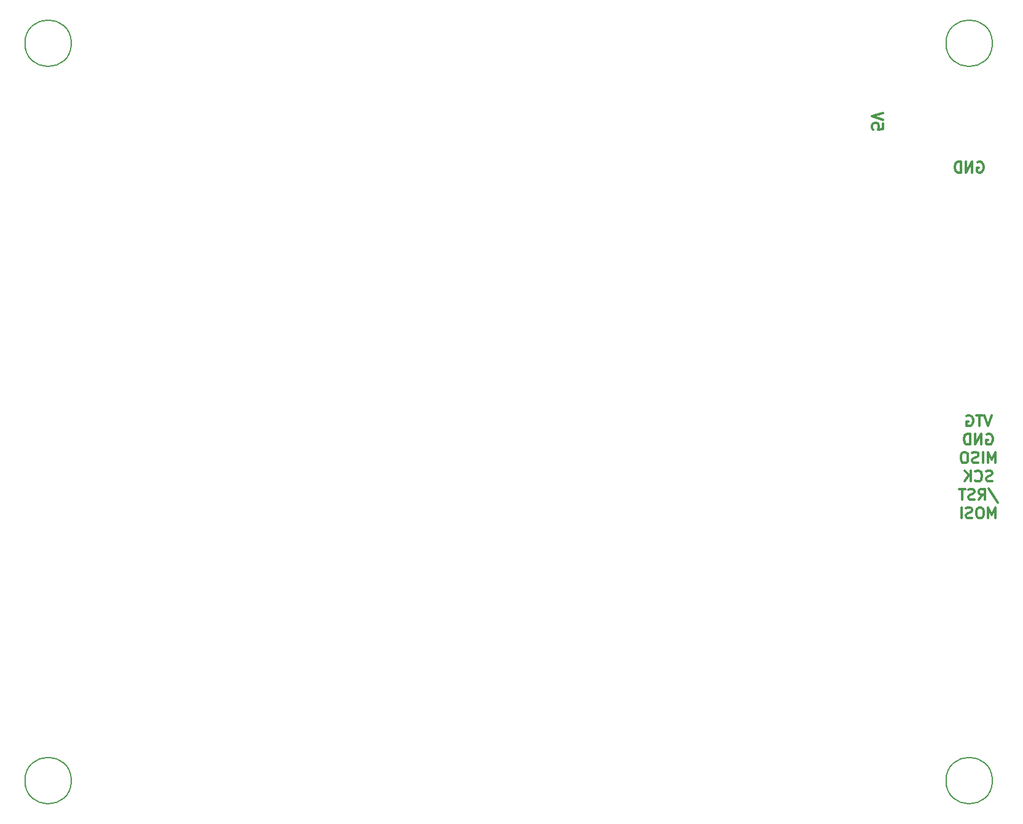
<source format=gbr>
%TF.GenerationSoftware,KiCad,Pcbnew,(6.0.4)*%
%TF.CreationDate,2022-06-08T08:17:39+02:00*%
%TF.ProjectId,PongPCB,506f6e67-5043-4422-9e6b-696361645f70,rev?*%
%TF.SameCoordinates,Original*%
%TF.FileFunction,Other,Comment*%
%FSLAX46Y46*%
G04 Gerber Fmt 4.6, Leading zero omitted, Abs format (unit mm)*
G04 Created by KiCad (PCBNEW (6.0.4)) date 2022-06-08 08:17:39*
%MOMM*%
%LPD*%
G01*
G04 APERTURE LIST*
%ADD10C,0.300000*%
%ADD11C,0.150000*%
G04 APERTURE END LIST*
D10*
X209672857Y-109597142D02*
X210958571Y-111525714D01*
X208315714Y-111168571D02*
X208815714Y-110454285D01*
X209172857Y-111168571D02*
X209172857Y-109668571D01*
X208601428Y-109668571D01*
X208458571Y-109740000D01*
X208387142Y-109811428D01*
X208315714Y-109954285D01*
X208315714Y-110168571D01*
X208387142Y-110311428D01*
X208458571Y-110382857D01*
X208601428Y-110454285D01*
X209172857Y-110454285D01*
X207744285Y-111097142D02*
X207530000Y-111168571D01*
X207172857Y-111168571D01*
X207030000Y-111097142D01*
X206958571Y-111025714D01*
X206887142Y-110882857D01*
X206887142Y-110740000D01*
X206958571Y-110597142D01*
X207030000Y-110525714D01*
X207172857Y-110454285D01*
X207458571Y-110382857D01*
X207601428Y-110311428D01*
X207672857Y-110240000D01*
X207744285Y-110097142D01*
X207744285Y-109954285D01*
X207672857Y-109811428D01*
X207601428Y-109740000D01*
X207458571Y-109668571D01*
X207101428Y-109668571D01*
X206887142Y-109740000D01*
X206458571Y-109668571D02*
X205601428Y-109668571D01*
X206030000Y-111168571D02*
X206030000Y-109668571D01*
X209422857Y-102120000D02*
X209565714Y-102048571D01*
X209780000Y-102048571D01*
X209994285Y-102120000D01*
X210137142Y-102262857D01*
X210208571Y-102405714D01*
X210280000Y-102691428D01*
X210280000Y-102905714D01*
X210208571Y-103191428D01*
X210137142Y-103334285D01*
X209994285Y-103477142D01*
X209780000Y-103548571D01*
X209637142Y-103548571D01*
X209422857Y-103477142D01*
X209351428Y-103405714D01*
X209351428Y-102905714D01*
X209637142Y-102905714D01*
X208708571Y-103548571D02*
X208708571Y-102048571D01*
X207851428Y-103548571D01*
X207851428Y-102048571D01*
X207137142Y-103548571D02*
X207137142Y-102048571D01*
X206780000Y-102048571D01*
X206565714Y-102120000D01*
X206422857Y-102262857D01*
X206351428Y-102405714D01*
X206280000Y-102691428D01*
X206280000Y-102905714D01*
X206351428Y-103191428D01*
X206422857Y-103334285D01*
X206565714Y-103477142D01*
X206780000Y-103548571D01*
X207137142Y-103548571D01*
X210637142Y-106088571D02*
X210637142Y-104588571D01*
X210137142Y-105660000D01*
X209637142Y-104588571D01*
X209637142Y-106088571D01*
X208922857Y-106088571D02*
X208922857Y-104588571D01*
X208280000Y-106017142D02*
X208065714Y-106088571D01*
X207708571Y-106088571D01*
X207565714Y-106017142D01*
X207494285Y-105945714D01*
X207422857Y-105802857D01*
X207422857Y-105660000D01*
X207494285Y-105517142D01*
X207565714Y-105445714D01*
X207708571Y-105374285D01*
X207994285Y-105302857D01*
X208137142Y-105231428D01*
X208208571Y-105160000D01*
X208280000Y-105017142D01*
X208280000Y-104874285D01*
X208208571Y-104731428D01*
X208137142Y-104660000D01*
X207994285Y-104588571D01*
X207637142Y-104588571D01*
X207422857Y-104660000D01*
X206494285Y-104588571D02*
X206208571Y-104588571D01*
X206065714Y-104660000D01*
X205922857Y-104802857D01*
X205851428Y-105088571D01*
X205851428Y-105588571D01*
X205922857Y-105874285D01*
X206065714Y-106017142D01*
X206208571Y-106088571D01*
X206494285Y-106088571D01*
X206637142Y-106017142D01*
X206780000Y-105874285D01*
X206851428Y-105588571D01*
X206851428Y-105088571D01*
X206780000Y-104802857D01*
X206637142Y-104660000D01*
X206494285Y-104588571D01*
X208152857Y-64655000D02*
X208295714Y-64583571D01*
X208510000Y-64583571D01*
X208724285Y-64655000D01*
X208867142Y-64797857D01*
X208938571Y-64940714D01*
X209010000Y-65226428D01*
X209010000Y-65440714D01*
X208938571Y-65726428D01*
X208867142Y-65869285D01*
X208724285Y-66012142D01*
X208510000Y-66083571D01*
X208367142Y-66083571D01*
X208152857Y-66012142D01*
X208081428Y-65940714D01*
X208081428Y-65440714D01*
X208367142Y-65440714D01*
X207438571Y-66083571D02*
X207438571Y-64583571D01*
X206581428Y-66083571D01*
X206581428Y-64583571D01*
X205867142Y-66083571D02*
X205867142Y-64583571D01*
X205510000Y-64583571D01*
X205295714Y-64655000D01*
X205152857Y-64797857D01*
X205081428Y-64940714D01*
X205010000Y-65226428D01*
X205010000Y-65440714D01*
X205081428Y-65726428D01*
X205152857Y-65869285D01*
X205295714Y-66012142D01*
X205510000Y-66083571D01*
X205867142Y-66083571D01*
X195131428Y-59340714D02*
X195131428Y-60055000D01*
X194417142Y-60126428D01*
X194488571Y-60055000D01*
X194560000Y-59912142D01*
X194560000Y-59555000D01*
X194488571Y-59412142D01*
X194417142Y-59340714D01*
X194274285Y-59269285D01*
X193917142Y-59269285D01*
X193774285Y-59340714D01*
X193702857Y-59412142D01*
X193631428Y-59555000D01*
X193631428Y-59912142D01*
X193702857Y-60055000D01*
X193774285Y-60126428D01*
X195131428Y-58840714D02*
X193631428Y-58340714D01*
X195131428Y-57840714D01*
X210637142Y-113708571D02*
X210637142Y-112208571D01*
X210137142Y-113280000D01*
X209637142Y-112208571D01*
X209637142Y-113708571D01*
X208637142Y-112208571D02*
X208351428Y-112208571D01*
X208208571Y-112280000D01*
X208065714Y-112422857D01*
X207994285Y-112708571D01*
X207994285Y-113208571D01*
X208065714Y-113494285D01*
X208208571Y-113637142D01*
X208351428Y-113708571D01*
X208637142Y-113708571D01*
X208780000Y-113637142D01*
X208922857Y-113494285D01*
X208994285Y-113208571D01*
X208994285Y-112708571D01*
X208922857Y-112422857D01*
X208780000Y-112280000D01*
X208637142Y-112208571D01*
X207422857Y-113637142D02*
X207208571Y-113708571D01*
X206851428Y-113708571D01*
X206708571Y-113637142D01*
X206637142Y-113565714D01*
X206565714Y-113422857D01*
X206565714Y-113280000D01*
X206637142Y-113137142D01*
X206708571Y-113065714D01*
X206851428Y-112994285D01*
X207137142Y-112922857D01*
X207280000Y-112851428D01*
X207351428Y-112780000D01*
X207422857Y-112637142D01*
X207422857Y-112494285D01*
X207351428Y-112351428D01*
X207280000Y-112280000D01*
X207137142Y-112208571D01*
X206780000Y-112208571D01*
X206565714Y-112280000D01*
X205922857Y-113708571D02*
X205922857Y-112208571D01*
X210208571Y-108557142D02*
X209994285Y-108628571D01*
X209637142Y-108628571D01*
X209494285Y-108557142D01*
X209422857Y-108485714D01*
X209351428Y-108342857D01*
X209351428Y-108200000D01*
X209422857Y-108057142D01*
X209494285Y-107985714D01*
X209637142Y-107914285D01*
X209922857Y-107842857D01*
X210065714Y-107771428D01*
X210137142Y-107700000D01*
X210208571Y-107557142D01*
X210208571Y-107414285D01*
X210137142Y-107271428D01*
X210065714Y-107200000D01*
X209922857Y-107128571D01*
X209565714Y-107128571D01*
X209351428Y-107200000D01*
X207851428Y-108485714D02*
X207922857Y-108557142D01*
X208137142Y-108628571D01*
X208280000Y-108628571D01*
X208494285Y-108557142D01*
X208637142Y-108414285D01*
X208708571Y-108271428D01*
X208780000Y-107985714D01*
X208780000Y-107771428D01*
X208708571Y-107485714D01*
X208637142Y-107342857D01*
X208494285Y-107200000D01*
X208280000Y-107128571D01*
X208137142Y-107128571D01*
X207922857Y-107200000D01*
X207851428Y-107271428D01*
X207208571Y-108628571D02*
X207208571Y-107128571D01*
X206351428Y-108628571D02*
X206994285Y-107771428D01*
X206351428Y-107128571D02*
X207208571Y-107985714D01*
X210101428Y-99508571D02*
X209601428Y-101008571D01*
X209101428Y-99508571D01*
X208815714Y-99508571D02*
X207958571Y-99508571D01*
X208387142Y-101008571D02*
X208387142Y-99508571D01*
X206672857Y-99580000D02*
X206815714Y-99508571D01*
X207030000Y-99508571D01*
X207244285Y-99580000D01*
X207387142Y-99722857D01*
X207458571Y-99865714D01*
X207530000Y-100151428D01*
X207530000Y-100365714D01*
X207458571Y-100651428D01*
X207387142Y-100794285D01*
X207244285Y-100937142D01*
X207030000Y-101008571D01*
X206887142Y-101008571D01*
X206672857Y-100937142D01*
X206601428Y-100865714D01*
X206601428Y-100365714D01*
X206887142Y-100365714D01*
D11*
%TO.C,H1*%
X83210000Y-149860000D02*
G75*
G03*
X83210000Y-149860000I-3200000J0D01*
G01*
%TO.C,H2*%
X210210000Y-48260000D02*
G75*
G03*
X210210000Y-48260000I-3200000J0D01*
G01*
%TO.C,H4*%
X83210000Y-48260000D02*
G75*
G03*
X83210000Y-48260000I-3200000J0D01*
G01*
%TO.C,H3*%
X210210000Y-149860000D02*
G75*
G03*
X210210000Y-149860000I-3200000J0D01*
G01*
%TD*%
M02*

</source>
